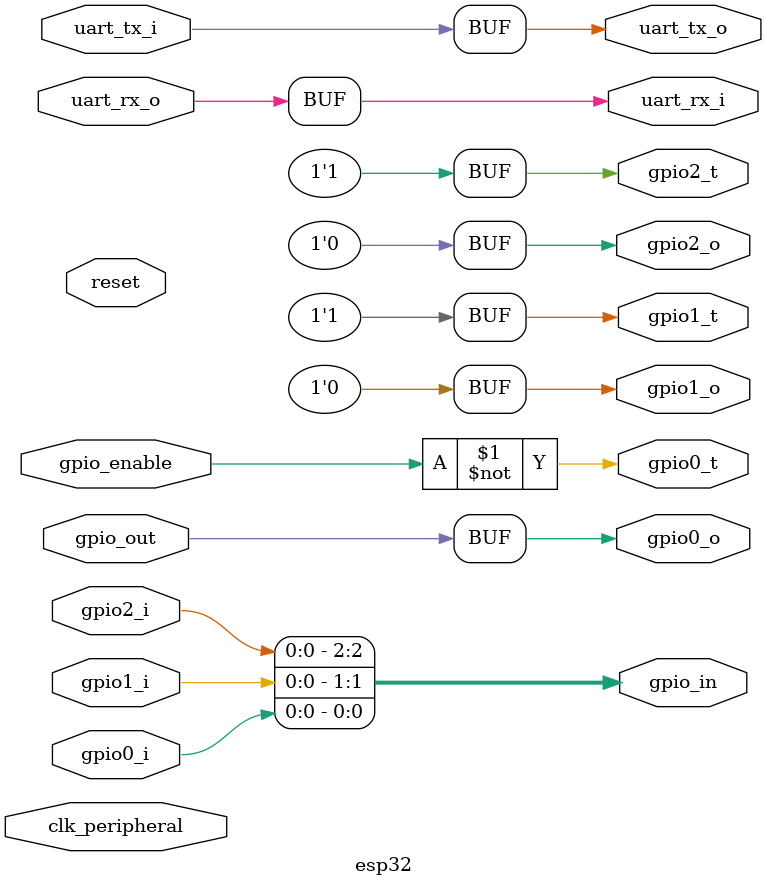
<source format=v>
`timescale 1ns / 1ps

module esp32(
    input 			uart_tx_i,
    output 			uart_rx_i,
    output	[2:0]	gpio_in,
    input 			gpio_out,
    input 			gpio_enable,
    
    output 			uart_tx_o,
    input 			uart_rx_o,
    
(* X_INTERFACE_INFO = "xilinx.com:interface:gpio:1.0 gpio0 TRI_I" *)
    input 			gpio0_i,
(* X_INTERFACE_INFO = "xilinx.com:interface:gpio:1.0 gpio0 TRI_O" *)
    output 			gpio0_o,
(* X_INTERFACE_INFO = "xilinx.com:interface:gpio:1.0 gpio0 TRI_T" *)
    output 			gpio0_t,

(* X_INTERFACE_INFO = "xilinx.com:interface:gpio:1.0 gpio1 TRI_I" *)
    input 			gpio1_i,
(* X_INTERFACE_INFO = "xilinx.com:interface:gpio:1.0 gpio1 TRI_O" *)
    output 			gpio1_o,
(* X_INTERFACE_INFO = "xilinx.com:interface:gpio:1.0 gpio1 TRI_T" *)
    output 			gpio1_t,

(* X_INTERFACE_INFO = "xilinx.com:interface:gpio:1.0 gpio2 TRI_I" *)
    input 			gpio2_i,
(* X_INTERFACE_INFO = "xilinx.com:interface:gpio:1.0 gpio2 TRI_O" *)
    output 			gpio2_o,
(* X_INTERFACE_INFO = "xilinx.com:interface:gpio:1.0 gpio2 TRI_T" *)
    output 			gpio2_t,
    
(* X_INTERFACE_INFO = "xilinx.com:signal:clock:1.0 clk_peripheral CLK" *)
(* X_INTERFACE_PARAMETER = "ASSOCIATED_RESET reset" *)	
    input 		clk_peripheral,
    
(* X_INTERFACE_INFO = "xilinx.com:signal:reset:1.0  reset  RST" *)
(* X_INTERFACE_PARAMETER = "POLARITY ACTIVE_HIGH" *)
    input	reset    
    
    );
    
    assign uart_tx_o 	= uart_tx_i;
    assign uart_rx_i    = uart_rx_o;
    
    assign gpio_in[0]	= gpio0_i;
    assign gpio0_o 		= gpio_out;
    assign gpio0_t		= ~gpio_enable;
    
    assign gpio_in[1] 	= gpio1_i;
    assign gpio1_t 		= 1'b1;
    assign gpio1_o 		= 1'b0;
    
    assign gpio_in[2] 	= gpio2_i;
    assign gpio2_t 		= 1'b1;
    assign gpio2_o 		= 1'b0;
    
    
endmodule

</source>
